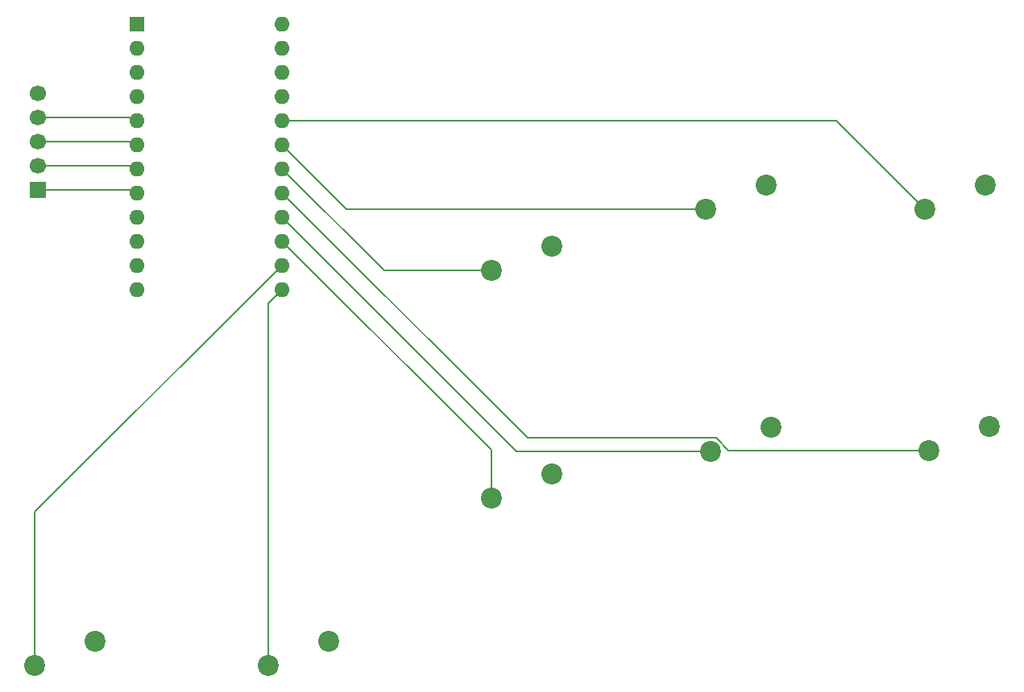
<source format=gbr>
%TF.GenerationSoftware,KiCad,Pcbnew,9.0.5*%
%TF.CreationDate,2025-10-09T15:15:47-05:00*%
%TF.ProjectId,arcade-controller,61726361-6465-42d6-936f-6e74726f6c6c,rev?*%
%TF.SameCoordinates,Original*%
%TF.FileFunction,Copper,L1,Top*%
%TF.FilePolarity,Positive*%
%FSLAX46Y46*%
G04 Gerber Fmt 4.6, Leading zero omitted, Abs format (unit mm)*
G04 Created by KiCad (PCBNEW 9.0.5) date 2025-10-09 15:15:47*
%MOMM*%
%LPD*%
G01*
G04 APERTURE LIST*
%TA.AperFunction,ComponentPad*%
%ADD10C,2.200000*%
%TD*%
%TA.AperFunction,ComponentPad*%
%ADD11R,1.600000X1.600000*%
%TD*%
%TA.AperFunction,ComponentPad*%
%ADD12O,1.600000X1.600000*%
%TD*%
%TA.AperFunction,ComponentPad*%
%ADD13R,1.700000X1.700000*%
%TD*%
%TA.AperFunction,ComponentPad*%
%ADD14C,1.700000*%
%TD*%
%TA.AperFunction,Conductor*%
%ADD15C,0.200000*%
%TD*%
G04 APERTURE END LIST*
D10*
%TO.P,SW1,2,2*%
%TO.N,Net-(U1-D21{slash}A3)*%
X205650000Y-60540000D03*
%TO.P,SW1,1,1*%
%TO.N,GND*%
X212000000Y-58000000D03*
%TD*%
%TO.P,SW2,2,2*%
%TO.N,Net-(U1-D20{slash}A2)*%
X182650000Y-60540000D03*
%TO.P,SW2,1,1*%
%TO.N,GND*%
X189000000Y-58000000D03*
%TD*%
%TO.P,SW3,2,2*%
%TO.N,Net-(U1-D19{slash}A1)*%
X160150000Y-67040000D03*
%TO.P,SW3,1,1*%
%TO.N,GND*%
X166500000Y-64500000D03*
%TD*%
%TO.P,SW4,2,2*%
%TO.N,Net-(U1-D18{slash}A0)*%
X206110000Y-85960000D03*
%TO.P,SW4,1,1*%
%TO.N,GND*%
X212460000Y-83420000D03*
%TD*%
%TO.P,SW5,2,2*%
%TO.N,Net-(U1-D15)*%
X183150000Y-86040000D03*
%TO.P,SW5,1,1*%
%TO.N,GND*%
X189500000Y-83500000D03*
%TD*%
%TO.P,SW6,2,2*%
%TO.N,Net-(U1-D14)*%
X160110000Y-90960000D03*
%TO.P,SW6,1,1*%
%TO.N,GND*%
X166460000Y-88420000D03*
%TD*%
%TO.P,SW7,2,2*%
%TO.N,Net-(U1-D16)*%
X112150000Y-108540000D03*
%TO.P,SW7,1,1*%
%TO.N,GND*%
X118500000Y-106000000D03*
%TD*%
%TO.P,SW8,2,2*%
%TO.N,Net-(U1-~D10{slash}A10)*%
X136650000Y-108540000D03*
%TO.P,SW8,1,1*%
%TO.N,GND*%
X143000000Y-106000000D03*
%TD*%
D11*
%TO.P,U1,1,D1/TX*%
%TO.N,unconnected-(U1-D1{slash}TX-Pad1)*%
X122880000Y-41070000D03*
D12*
%TO.P,U1,2,D0/RX*%
%TO.N,unconnected-(U1-D0{slash}RX-Pad2)*%
X122880000Y-43610000D03*
%TO.P,U1,3,GND*%
%TO.N,unconnected-(U1-GND-Pad3)*%
X122880000Y-46150000D03*
%TO.P,U1,4,GND*%
%TO.N,unconnected-(U1-GND-Pad4)*%
X122880000Y-48690000D03*
%TO.P,U1,5,D2*%
%TO.N,Net-(J1-Pin_4)*%
X122880000Y-51230000D03*
%TO.P,U1,6,~D3*%
%TO.N,Net-(J1-Pin_3)*%
X122880000Y-53770000D03*
%TO.P,U1,7,D4/A6*%
%TO.N,Net-(J1-Pin_2)*%
X122880000Y-56310000D03*
%TO.P,U1,8,~D5*%
%TO.N,Net-(J1-Pin_1)*%
X122880000Y-58850000D03*
%TO.P,U1,9,~D6/A7*%
%TO.N,unconnected-(U1-~D6{slash}A7-Pad9)*%
X122880000Y-61390000D03*
%TO.P,U1,10,D7*%
%TO.N,unconnected-(U1-D7-Pad10)*%
X122880000Y-63930000D03*
%TO.P,U1,11,D8/A8*%
%TO.N,unconnected-(U1-D8{slash}A8-Pad11)*%
X122880000Y-66470000D03*
%TO.P,U1,12,~D9/A9*%
%TO.N,unconnected-(U1-~D9{slash}A9-Pad12)*%
X122880000Y-69010000D03*
%TO.P,U1,13,~D10/A10*%
%TO.N,Net-(U1-~D10{slash}A10)*%
X138120000Y-69010000D03*
%TO.P,U1,14,D16*%
%TO.N,Net-(U1-D16)*%
X138120000Y-66470000D03*
%TO.P,U1,15,D14*%
%TO.N,Net-(U1-D14)*%
X138120000Y-63930000D03*
%TO.P,U1,16,D15*%
%TO.N,Net-(U1-D15)*%
X138120000Y-61390000D03*
%TO.P,U1,17,D18/A0*%
%TO.N,Net-(U1-D18{slash}A0)*%
X138120000Y-58850000D03*
%TO.P,U1,18,D19/A1*%
%TO.N,Net-(U1-D19{slash}A1)*%
X138120000Y-56310000D03*
%TO.P,U1,19,D20/A2*%
%TO.N,Net-(U1-D20{slash}A2)*%
X138120000Y-53770000D03*
%TO.P,U1,20,D21/A3*%
%TO.N,Net-(U1-D21{slash}A3)*%
X138120000Y-51230000D03*
%TO.P,U1,21,VCC*%
%TO.N,unconnected-(U1-VCC-Pad21)*%
X138120000Y-48690000D03*
%TO.P,U1,22,RST*%
%TO.N,unconnected-(U1-RST-Pad22)*%
X138120000Y-46150000D03*
%TO.P,U1,23,GND*%
%TO.N,GND*%
X138120000Y-43610000D03*
%TO.P,U1,24,RAW*%
%TO.N,unconnected-(U1-RAW-Pad24)*%
X138120000Y-41070000D03*
%TD*%
D13*
%TO.P,J1,1,Pin_1*%
%TO.N,Net-(J1-Pin_1)*%
X112500000Y-58580000D03*
D14*
%TO.P,J1,2,Pin_2*%
%TO.N,Net-(J1-Pin_2)*%
X112500000Y-56040000D03*
%TO.P,J1,3,Pin_3*%
%TO.N,Net-(J1-Pin_3)*%
X112500000Y-53500000D03*
%TO.P,J1,4,Pin_4*%
%TO.N,Net-(J1-Pin_4)*%
X112500000Y-50960000D03*
%TO.P,J1,5,Pin_5*%
%TO.N,GND*%
X112500000Y-48420000D03*
%TD*%
D15*
%TO.N,Net-(J1-Pin_1)*%
X112500000Y-58580000D02*
X122610000Y-58580000D01*
X122610000Y-58580000D02*
X122880000Y-58850000D01*
%TO.N,Net-(J1-Pin_2)*%
X122610000Y-56040000D02*
X122880000Y-56310000D01*
X112500000Y-56040000D02*
X122610000Y-56040000D01*
%TO.N,Net-(J1-Pin_3)*%
X112500000Y-53500000D02*
X122610000Y-53500000D01*
X122610000Y-53500000D02*
X122880000Y-53770000D01*
%TO.N,Net-(J1-Pin_4)*%
X122610000Y-50960000D02*
X122880000Y-51230000D01*
X112500000Y-50960000D02*
X122610000Y-50960000D01*
%TO.N,Net-(U1-D21{slash}A3)*%
X138120000Y-51230000D02*
X196340000Y-51230000D01*
X196340000Y-51230000D02*
X205650000Y-60540000D01*
%TO.N,Net-(U1-D20{slash}A2)*%
X182650000Y-60540000D02*
X144890000Y-60540000D01*
X144890000Y-60540000D02*
X138120000Y-53770000D01*
%TO.N,Net-(U1-D19{slash}A1)*%
X160150000Y-67040000D02*
X148850000Y-67040000D01*
X148850000Y-67040000D02*
X138120000Y-56310000D01*
%TO.N,Net-(U1-D18{slash}A0)*%
X206110000Y-85960000D02*
X185051314Y-85960000D01*
X163909000Y-84639000D02*
X138120000Y-58850000D01*
X185051314Y-85960000D02*
X183730314Y-84639000D01*
X183730314Y-84639000D02*
X163909000Y-84639000D01*
%TO.N,Net-(U1-D15)*%
X183150000Y-86040000D02*
X162770000Y-86040000D01*
X162770000Y-86040000D02*
X138120000Y-61390000D01*
%TO.N,Net-(U1-D14)*%
X160110000Y-85920000D02*
X138120000Y-63930000D01*
X160110000Y-90960000D02*
X160110000Y-85920000D01*
%TO.N,Net-(U1-D16)*%
X138120000Y-66470000D02*
X112150000Y-92440000D01*
X112150000Y-92440000D02*
X112150000Y-108540000D01*
%TO.N,Net-(U1-~D10{slash}A10)*%
X136650000Y-70480000D02*
X138120000Y-69010000D01*
X136650000Y-108540000D02*
X136650000Y-70480000D01*
%TD*%
M02*

</source>
